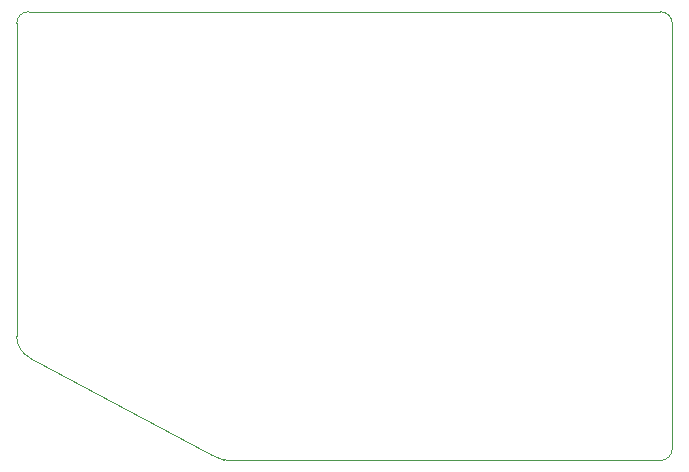
<source format=gbr>
%TF.GenerationSoftware,KiCad,Pcbnew,8.0.6*%
%TF.CreationDate,2024-10-21T22:58:36-05:00*%
%TF.ProjectId,HackPad,4861636b-5061-4642-9e6b-696361645f70,rev?*%
%TF.SameCoordinates,Original*%
%TF.FileFunction,Profile,NP*%
%FSLAX46Y46*%
G04 Gerber Fmt 4.6, Leading zero omitted, Abs format (unit mm)*
G04 Created by KiCad (PCBNEW 8.0.6) date 2024-10-21 22:58:36*
%MOMM*%
%LPD*%
G01*
G04 APERTURE LIST*
%TA.AperFunction,Profile*%
%ADD10C,0.050000*%
%TD*%
G04 APERTURE END LIST*
D10*
X158500000Y-75000000D02*
G75*
G02*
X157500000Y-76000000I-1000000J0D01*
G01*
X121000000Y-76000000D02*
G75*
G02*
X120525658Y-75923025I0J1500000D01*
G01*
X103000000Y-39000000D02*
G75*
G02*
X104000000Y-38000000I1000000J0D01*
G01*
X157500000Y-38000000D02*
X104000000Y-38000000D01*
X104105573Y-67288854D02*
G75*
G02*
X103000000Y-65500000I894427J1788854D01*
G01*
X103000000Y-39000000D02*
X103000000Y-65500000D01*
X119500000Y-75500000D02*
X120525658Y-75923025D01*
X104105573Y-67288854D02*
X119500000Y-75500000D01*
X157500000Y-38000000D02*
G75*
G02*
X158500000Y-39000000I0J-1000000D01*
G01*
X121000000Y-76000000D02*
X157500000Y-76000000D01*
X158500000Y-75000000D02*
X158500000Y-39000000D01*
M02*

</source>
